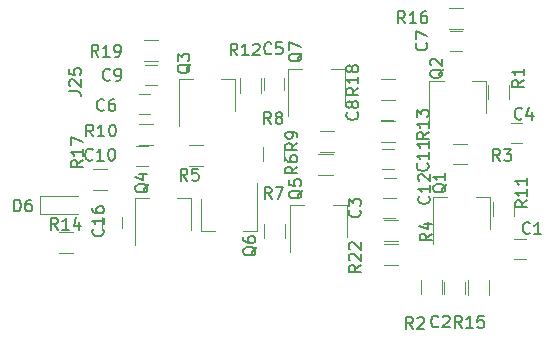
<source format=gbr>
G04 #@! TF.FileFunction,Legend,Top*
%FSLAX46Y46*%
G04 Gerber Fmt 4.6, Leading zero omitted, Abs format (unit mm)*
G04 Created by KiCad (PCBNEW 4.0.7) date 04/22/20 14:45:24*
%MOMM*%
%LPD*%
G01*
G04 APERTURE LIST*
%ADD10C,0.100000*%
%ADD11C,0.120000*%
%ADD12C,0.150000*%
G04 APERTURE END LIST*
D10*
D11*
X96450000Y-86750000D02*
X95450000Y-86750000D01*
X95450000Y-88450000D02*
X96450000Y-88450000D01*
X102700000Y-92180000D02*
X101500000Y-92180000D01*
X101500000Y-90420000D02*
X102700000Y-90420000D01*
X74900000Y-88770000D02*
X76100000Y-88770000D01*
X76100000Y-90530000D02*
X74900000Y-90530000D01*
X107690000Y-98470000D02*
X106690000Y-98470000D01*
X106690000Y-100170000D02*
X107690000Y-100170000D01*
X96575000Y-95050000D02*
X95575000Y-95050000D01*
X95575000Y-96750000D02*
X96575000Y-96750000D01*
X85510000Y-84844000D02*
X85510000Y-85844000D01*
X87210000Y-85844000D02*
X87210000Y-84844000D01*
X75900000Y-86250000D02*
X74900000Y-86250000D01*
X74900000Y-87950000D02*
X75900000Y-87950000D01*
X76446000Y-83732000D02*
X75446000Y-83732000D01*
X75446000Y-85432000D02*
X76446000Y-85432000D01*
X98845000Y-103125000D02*
X98845000Y-101925000D01*
X100605000Y-101925000D02*
X100605000Y-103125000D01*
X96850000Y-98655000D02*
X95650000Y-98655000D01*
X95650000Y-96895000D02*
X96850000Y-96895000D01*
X80356000Y-92320000D02*
X79156000Y-92320000D01*
X79156000Y-90560000D02*
X80356000Y-90560000D01*
X91330000Y-93050000D02*
X90130000Y-93050000D01*
X90130000Y-91290000D02*
X91330000Y-91290000D01*
X91430000Y-91120000D02*
X90230000Y-91120000D01*
X90230000Y-89360000D02*
X91430000Y-89360000D01*
X68150000Y-97920000D02*
X69350000Y-97920000D01*
X69350000Y-99680000D02*
X68150000Y-99680000D01*
X69750000Y-96350000D02*
X66550000Y-96350000D01*
X66550000Y-94850000D02*
X69750000Y-94850000D01*
X66550000Y-94850000D02*
X66550000Y-96350000D01*
X100800000Y-102150000D02*
X100800000Y-103150000D01*
X102500000Y-103150000D02*
X102500000Y-102150000D01*
X107400000Y-88675000D02*
X106400000Y-88675000D01*
X106400000Y-90375000D02*
X107400000Y-90375000D01*
X106710000Y-95350000D02*
X106710000Y-96550000D01*
X104950000Y-96550000D02*
X104950000Y-95350000D01*
X85280000Y-84900000D02*
X85280000Y-86100000D01*
X83520000Y-86100000D02*
X83520000Y-84900000D01*
X103450000Y-94920000D02*
X104650000Y-94920000D01*
X104650000Y-94920000D02*
X104650000Y-97620000D01*
X99850000Y-98920000D02*
X99850000Y-94920000D01*
X99850000Y-94920000D02*
X101050000Y-94920000D01*
X103125000Y-85120000D02*
X104325000Y-85120000D01*
X104325000Y-85120000D02*
X104325000Y-87820000D01*
X99525000Y-89120000D02*
X99525000Y-85120000D01*
X99525000Y-85120000D02*
X100725000Y-85120000D01*
X81900000Y-84920000D02*
X83100000Y-84920000D01*
X83100000Y-84920000D02*
X83100000Y-87620000D01*
X78300000Y-88920000D02*
X78300000Y-84920000D01*
X78300000Y-84920000D02*
X79500000Y-84920000D01*
X96600000Y-90280000D02*
X95400000Y-90280000D01*
X95400000Y-88520000D02*
X96600000Y-88520000D01*
X102275000Y-80875000D02*
X101275000Y-80875000D01*
X101275000Y-82575000D02*
X102275000Y-82575000D01*
X78162000Y-94994000D02*
X79362000Y-94994000D01*
X79362000Y-94994000D02*
X79362000Y-97694000D01*
X74562000Y-98994000D02*
X74562000Y-94994000D01*
X74562000Y-94994000D02*
X75762000Y-94994000D01*
X91330000Y-95590000D02*
X92530000Y-95590000D01*
X92530000Y-95590000D02*
X92530000Y-98290000D01*
X87730000Y-99590000D02*
X87730000Y-95590000D01*
X87730000Y-95590000D02*
X88930000Y-95590000D01*
X81350000Y-97792000D02*
X80150000Y-97792000D01*
X80150000Y-97792000D02*
X80150000Y-95092000D01*
X84950000Y-93792000D02*
X84950000Y-97792000D01*
X84950000Y-97792000D02*
X83750000Y-97792000D01*
X91150000Y-84120000D02*
X92350000Y-84120000D01*
X92350000Y-84120000D02*
X92350000Y-86820000D01*
X87550000Y-88120000D02*
X87550000Y-84120000D01*
X87550000Y-84120000D02*
X88750000Y-84120000D01*
X106280000Y-85450000D02*
X106280000Y-86650000D01*
X104520000Y-86650000D02*
X104520000Y-85450000D01*
X85510000Y-98420000D02*
X85510000Y-97220000D01*
X87270000Y-97220000D02*
X87270000Y-98420000D01*
X85430000Y-91880000D02*
X85430000Y-90680000D01*
X87190000Y-90680000D02*
X87190000Y-91880000D01*
X74684000Y-92290000D02*
X75684000Y-92290000D01*
X75684000Y-90590000D02*
X74684000Y-90590000D01*
X71800000Y-96600000D02*
X71800000Y-97600000D01*
X73500000Y-97600000D02*
X73500000Y-96600000D01*
X102770000Y-103200000D02*
X102770000Y-102000000D01*
X104530000Y-102000000D02*
X104530000Y-103200000D01*
X102375000Y-80705000D02*
X101175000Y-80705000D01*
X101175000Y-78945000D02*
X102375000Y-78945000D01*
X72225000Y-94330000D02*
X71025000Y-94330000D01*
X71025000Y-92570000D02*
X72225000Y-92570000D01*
X95450000Y-84970000D02*
X96650000Y-84970000D01*
X96650000Y-86730000D02*
X95450000Y-86730000D01*
X75346000Y-81670000D02*
X76546000Y-81670000D01*
X76546000Y-83430000D02*
X75346000Y-83430000D01*
X96550000Y-90850000D02*
X95550000Y-90850000D01*
X95550000Y-92550000D02*
X96550000Y-92550000D01*
X96660000Y-93360000D02*
X95660000Y-93360000D01*
X95660000Y-95060000D02*
X96660000Y-95060000D01*
X95650000Y-98920000D02*
X96850000Y-98920000D01*
X96850000Y-100680000D02*
X95650000Y-100680000D01*
D12*
X93407143Y-87766666D02*
X93454762Y-87814285D01*
X93502381Y-87957142D01*
X93502381Y-88052380D01*
X93454762Y-88195238D01*
X93359524Y-88290476D01*
X93264286Y-88338095D01*
X93073810Y-88385714D01*
X92930952Y-88385714D01*
X92740476Y-88338095D01*
X92645238Y-88290476D01*
X92550000Y-88195238D01*
X92502381Y-88052380D01*
X92502381Y-87957142D01*
X92550000Y-87814285D01*
X92597619Y-87766666D01*
X92930952Y-87195238D02*
X92883333Y-87290476D01*
X92835714Y-87338095D01*
X92740476Y-87385714D01*
X92692857Y-87385714D01*
X92597619Y-87338095D01*
X92550000Y-87290476D01*
X92502381Y-87195238D01*
X92502381Y-87004761D01*
X92550000Y-86909523D01*
X92597619Y-86861904D01*
X92692857Y-86814285D01*
X92740476Y-86814285D01*
X92835714Y-86861904D01*
X92883333Y-86909523D01*
X92930952Y-87004761D01*
X92930952Y-87195238D01*
X92978571Y-87290476D01*
X93026190Y-87338095D01*
X93121429Y-87385714D01*
X93311905Y-87385714D01*
X93407143Y-87338095D01*
X93454762Y-87290476D01*
X93502381Y-87195238D01*
X93502381Y-87004761D01*
X93454762Y-86909523D01*
X93407143Y-86861904D01*
X93311905Y-86814285D01*
X93121429Y-86814285D01*
X93026190Y-86861904D01*
X92978571Y-86909523D01*
X92930952Y-87004761D01*
X105497334Y-91892381D02*
X105164000Y-91416190D01*
X104925905Y-91892381D02*
X104925905Y-90892381D01*
X105306858Y-90892381D01*
X105402096Y-90940000D01*
X105449715Y-90987619D01*
X105497334Y-91082857D01*
X105497334Y-91225714D01*
X105449715Y-91320952D01*
X105402096Y-91368571D01*
X105306858Y-91416190D01*
X104925905Y-91416190D01*
X105830667Y-90892381D02*
X106449715Y-90892381D01*
X106116381Y-91273333D01*
X106259239Y-91273333D01*
X106354477Y-91320952D01*
X106402096Y-91368571D01*
X106449715Y-91463810D01*
X106449715Y-91701905D01*
X106402096Y-91797143D01*
X106354477Y-91844762D01*
X106259239Y-91892381D01*
X105973524Y-91892381D01*
X105878286Y-91844762D01*
X105830667Y-91797143D01*
X71057143Y-89802381D02*
X70723809Y-89326190D01*
X70485714Y-89802381D02*
X70485714Y-88802381D01*
X70866667Y-88802381D01*
X70961905Y-88850000D01*
X71009524Y-88897619D01*
X71057143Y-88992857D01*
X71057143Y-89135714D01*
X71009524Y-89230952D01*
X70961905Y-89278571D01*
X70866667Y-89326190D01*
X70485714Y-89326190D01*
X72009524Y-89802381D02*
X71438095Y-89802381D01*
X71723809Y-89802381D02*
X71723809Y-88802381D01*
X71628571Y-88945238D01*
X71533333Y-89040476D01*
X71438095Y-89088095D01*
X72628571Y-88802381D02*
X72723810Y-88802381D01*
X72819048Y-88850000D01*
X72866667Y-88897619D01*
X72914286Y-88992857D01*
X72961905Y-89183333D01*
X72961905Y-89421429D01*
X72914286Y-89611905D01*
X72866667Y-89707143D01*
X72819048Y-89754762D01*
X72723810Y-89802381D01*
X72628571Y-89802381D01*
X72533333Y-89754762D01*
X72485714Y-89707143D01*
X72438095Y-89611905D01*
X72390476Y-89421429D01*
X72390476Y-89183333D01*
X72438095Y-88992857D01*
X72485714Y-88897619D01*
X72533333Y-88850000D01*
X72628571Y-88802381D01*
X108029334Y-97971143D02*
X107981715Y-98018762D01*
X107838858Y-98066381D01*
X107743620Y-98066381D01*
X107600762Y-98018762D01*
X107505524Y-97923524D01*
X107457905Y-97828286D01*
X107410286Y-97637810D01*
X107410286Y-97494952D01*
X107457905Y-97304476D01*
X107505524Y-97209238D01*
X107600762Y-97114000D01*
X107743620Y-97066381D01*
X107838858Y-97066381D01*
X107981715Y-97114000D01*
X108029334Y-97161619D01*
X108981715Y-98066381D02*
X108410286Y-98066381D01*
X108696000Y-98066381D02*
X108696000Y-97066381D01*
X108600762Y-97209238D01*
X108505524Y-97304476D01*
X108410286Y-97352095D01*
X93607143Y-96041666D02*
X93654762Y-96089285D01*
X93702381Y-96232142D01*
X93702381Y-96327380D01*
X93654762Y-96470238D01*
X93559524Y-96565476D01*
X93464286Y-96613095D01*
X93273810Y-96660714D01*
X93130952Y-96660714D01*
X92940476Y-96613095D01*
X92845238Y-96565476D01*
X92750000Y-96470238D01*
X92702381Y-96327380D01*
X92702381Y-96232142D01*
X92750000Y-96089285D01*
X92797619Y-96041666D01*
X92702381Y-95708333D02*
X92702381Y-95089285D01*
X93083333Y-95422619D01*
X93083333Y-95279761D01*
X93130952Y-95184523D01*
X93178571Y-95136904D01*
X93273810Y-95089285D01*
X93511905Y-95089285D01*
X93607143Y-95136904D01*
X93654762Y-95184523D01*
X93702381Y-95279761D01*
X93702381Y-95565476D01*
X93654762Y-95660714D01*
X93607143Y-95708333D01*
X86133334Y-82757143D02*
X86085715Y-82804762D01*
X85942858Y-82852381D01*
X85847620Y-82852381D01*
X85704762Y-82804762D01*
X85609524Y-82709524D01*
X85561905Y-82614286D01*
X85514286Y-82423810D01*
X85514286Y-82280952D01*
X85561905Y-82090476D01*
X85609524Y-81995238D01*
X85704762Y-81900000D01*
X85847620Y-81852381D01*
X85942858Y-81852381D01*
X86085715Y-81900000D01*
X86133334Y-81947619D01*
X87038096Y-81852381D02*
X86561905Y-81852381D01*
X86514286Y-82328571D01*
X86561905Y-82280952D01*
X86657143Y-82233333D01*
X86895239Y-82233333D01*
X86990477Y-82280952D01*
X87038096Y-82328571D01*
X87085715Y-82423810D01*
X87085715Y-82661905D01*
X87038096Y-82757143D01*
X86990477Y-82804762D01*
X86895239Y-82852381D01*
X86657143Y-82852381D01*
X86561905Y-82804762D01*
X86514286Y-82757143D01*
X71983334Y-87557143D02*
X71935715Y-87604762D01*
X71792858Y-87652381D01*
X71697620Y-87652381D01*
X71554762Y-87604762D01*
X71459524Y-87509524D01*
X71411905Y-87414286D01*
X71364286Y-87223810D01*
X71364286Y-87080952D01*
X71411905Y-86890476D01*
X71459524Y-86795238D01*
X71554762Y-86700000D01*
X71697620Y-86652381D01*
X71792858Y-86652381D01*
X71935715Y-86700000D01*
X71983334Y-86747619D01*
X72840477Y-86652381D02*
X72650000Y-86652381D01*
X72554762Y-86700000D01*
X72507143Y-86747619D01*
X72411905Y-86890476D01*
X72364286Y-87080952D01*
X72364286Y-87461905D01*
X72411905Y-87557143D01*
X72459524Y-87604762D01*
X72554762Y-87652381D01*
X72745239Y-87652381D01*
X72840477Y-87604762D01*
X72888096Y-87557143D01*
X72935715Y-87461905D01*
X72935715Y-87223810D01*
X72888096Y-87128571D01*
X72840477Y-87080952D01*
X72745239Y-87033333D01*
X72554762Y-87033333D01*
X72459524Y-87080952D01*
X72411905Y-87128571D01*
X72364286Y-87223810D01*
X72479334Y-84989143D02*
X72431715Y-85036762D01*
X72288858Y-85084381D01*
X72193620Y-85084381D01*
X72050762Y-85036762D01*
X71955524Y-84941524D01*
X71907905Y-84846286D01*
X71860286Y-84655810D01*
X71860286Y-84512952D01*
X71907905Y-84322476D01*
X71955524Y-84227238D01*
X72050762Y-84132000D01*
X72193620Y-84084381D01*
X72288858Y-84084381D01*
X72431715Y-84132000D01*
X72479334Y-84179619D01*
X72955524Y-85084381D02*
X73146000Y-85084381D01*
X73241239Y-85036762D01*
X73288858Y-84989143D01*
X73384096Y-84846286D01*
X73431715Y-84655810D01*
X73431715Y-84274857D01*
X73384096Y-84179619D01*
X73336477Y-84132000D01*
X73241239Y-84084381D01*
X73050762Y-84084381D01*
X72955524Y-84132000D01*
X72907905Y-84179619D01*
X72860286Y-84274857D01*
X72860286Y-84512952D01*
X72907905Y-84608190D01*
X72955524Y-84655810D01*
X73050762Y-84703429D01*
X73241239Y-84703429D01*
X73336477Y-84655810D01*
X73384096Y-84608190D01*
X73431715Y-84512952D01*
X98131334Y-106116381D02*
X97798000Y-105640190D01*
X97559905Y-106116381D02*
X97559905Y-105116381D01*
X97940858Y-105116381D01*
X98036096Y-105164000D01*
X98083715Y-105211619D01*
X98131334Y-105306857D01*
X98131334Y-105449714D01*
X98083715Y-105544952D01*
X98036096Y-105592571D01*
X97940858Y-105640190D01*
X97559905Y-105640190D01*
X98512286Y-105211619D02*
X98559905Y-105164000D01*
X98655143Y-105116381D01*
X98893239Y-105116381D01*
X98988477Y-105164000D01*
X99036096Y-105211619D01*
X99083715Y-105306857D01*
X99083715Y-105402095D01*
X99036096Y-105544952D01*
X98464667Y-106116381D01*
X99083715Y-106116381D01*
X99702381Y-98041666D02*
X99226190Y-98375000D01*
X99702381Y-98613095D02*
X98702381Y-98613095D01*
X98702381Y-98232142D01*
X98750000Y-98136904D01*
X98797619Y-98089285D01*
X98892857Y-98041666D01*
X99035714Y-98041666D01*
X99130952Y-98089285D01*
X99178571Y-98136904D01*
X99226190Y-98232142D01*
X99226190Y-98613095D01*
X99035714Y-97184523D02*
X99702381Y-97184523D01*
X98654762Y-97422619D02*
X99369048Y-97660714D01*
X99369048Y-97041666D01*
X79033334Y-93552381D02*
X78700000Y-93076190D01*
X78461905Y-93552381D02*
X78461905Y-92552381D01*
X78842858Y-92552381D01*
X78938096Y-92600000D01*
X78985715Y-92647619D01*
X79033334Y-92742857D01*
X79033334Y-92885714D01*
X78985715Y-92980952D01*
X78938096Y-93028571D01*
X78842858Y-93076190D01*
X78461905Y-93076190D01*
X79938096Y-92552381D02*
X79461905Y-92552381D01*
X79414286Y-93028571D01*
X79461905Y-92980952D01*
X79557143Y-92933333D01*
X79795239Y-92933333D01*
X79890477Y-92980952D01*
X79938096Y-93028571D01*
X79985715Y-93123810D01*
X79985715Y-93361905D01*
X79938096Y-93457143D01*
X79890477Y-93504762D01*
X79795239Y-93552381D01*
X79557143Y-93552381D01*
X79461905Y-93504762D01*
X79414286Y-93457143D01*
X88336381Y-92368666D02*
X87860190Y-92702000D01*
X88336381Y-92940095D02*
X87336381Y-92940095D01*
X87336381Y-92559142D01*
X87384000Y-92463904D01*
X87431619Y-92416285D01*
X87526857Y-92368666D01*
X87669714Y-92368666D01*
X87764952Y-92416285D01*
X87812571Y-92463904D01*
X87860190Y-92559142D01*
X87860190Y-92940095D01*
X87336381Y-91511523D02*
X87336381Y-91702000D01*
X87384000Y-91797238D01*
X87431619Y-91844857D01*
X87574476Y-91940095D01*
X87764952Y-91987714D01*
X88145905Y-91987714D01*
X88241143Y-91940095D01*
X88288762Y-91892476D01*
X88336381Y-91797238D01*
X88336381Y-91606761D01*
X88288762Y-91511523D01*
X88241143Y-91463904D01*
X88145905Y-91416285D01*
X87907810Y-91416285D01*
X87812571Y-91463904D01*
X87764952Y-91511523D01*
X87717333Y-91606761D01*
X87717333Y-91797238D01*
X87764952Y-91892476D01*
X87812571Y-91940095D01*
X87907810Y-91987714D01*
X88332381Y-90366666D02*
X87856190Y-90700000D01*
X88332381Y-90938095D02*
X87332381Y-90938095D01*
X87332381Y-90557142D01*
X87380000Y-90461904D01*
X87427619Y-90414285D01*
X87522857Y-90366666D01*
X87665714Y-90366666D01*
X87760952Y-90414285D01*
X87808571Y-90461904D01*
X87856190Y-90557142D01*
X87856190Y-90938095D01*
X88332381Y-89890476D02*
X88332381Y-89700000D01*
X88284762Y-89604761D01*
X88237143Y-89557142D01*
X88094286Y-89461904D01*
X87903810Y-89414285D01*
X87522857Y-89414285D01*
X87427619Y-89461904D01*
X87380000Y-89509523D01*
X87332381Y-89604761D01*
X87332381Y-89795238D01*
X87380000Y-89890476D01*
X87427619Y-89938095D01*
X87522857Y-89985714D01*
X87760952Y-89985714D01*
X87856190Y-89938095D01*
X87903810Y-89890476D01*
X87951429Y-89795238D01*
X87951429Y-89604761D01*
X87903810Y-89509523D01*
X87856190Y-89461904D01*
X87760952Y-89414285D01*
X68057143Y-97702381D02*
X67723809Y-97226190D01*
X67485714Y-97702381D02*
X67485714Y-96702381D01*
X67866667Y-96702381D01*
X67961905Y-96750000D01*
X68009524Y-96797619D01*
X68057143Y-96892857D01*
X68057143Y-97035714D01*
X68009524Y-97130952D01*
X67961905Y-97178571D01*
X67866667Y-97226190D01*
X67485714Y-97226190D01*
X69009524Y-97702381D02*
X68438095Y-97702381D01*
X68723809Y-97702381D02*
X68723809Y-96702381D01*
X68628571Y-96845238D01*
X68533333Y-96940476D01*
X68438095Y-96988095D01*
X69866667Y-97035714D02*
X69866667Y-97702381D01*
X69628571Y-96654762D02*
X69390476Y-97369048D01*
X70009524Y-97369048D01*
X64361905Y-96152381D02*
X64361905Y-95152381D01*
X64600000Y-95152381D01*
X64742858Y-95200000D01*
X64838096Y-95295238D01*
X64885715Y-95390476D01*
X64933334Y-95580952D01*
X64933334Y-95723810D01*
X64885715Y-95914286D01*
X64838096Y-96009524D01*
X64742858Y-96104762D01*
X64600000Y-96152381D01*
X64361905Y-96152381D01*
X65790477Y-95152381D02*
X65600000Y-95152381D01*
X65504762Y-95200000D01*
X65457143Y-95247619D01*
X65361905Y-95390476D01*
X65314286Y-95580952D01*
X65314286Y-95961905D01*
X65361905Y-96057143D01*
X65409524Y-96104762D01*
X65504762Y-96152381D01*
X65695239Y-96152381D01*
X65790477Y-96104762D01*
X65838096Y-96057143D01*
X65885715Y-95961905D01*
X65885715Y-95723810D01*
X65838096Y-95628571D01*
X65790477Y-95580952D01*
X65695239Y-95533333D01*
X65504762Y-95533333D01*
X65409524Y-95580952D01*
X65361905Y-95628571D01*
X65314286Y-95723810D01*
X100283334Y-105882143D02*
X100235715Y-105929762D01*
X100092858Y-105977381D01*
X99997620Y-105977381D01*
X99854762Y-105929762D01*
X99759524Y-105834524D01*
X99711905Y-105739286D01*
X99664286Y-105548810D01*
X99664286Y-105405952D01*
X99711905Y-105215476D01*
X99759524Y-105120238D01*
X99854762Y-105025000D01*
X99997620Y-104977381D01*
X100092858Y-104977381D01*
X100235715Y-105025000D01*
X100283334Y-105072619D01*
X100664286Y-105072619D02*
X100711905Y-105025000D01*
X100807143Y-104977381D01*
X101045239Y-104977381D01*
X101140477Y-105025000D01*
X101188096Y-105072619D01*
X101235715Y-105167857D01*
X101235715Y-105263095D01*
X101188096Y-105405952D01*
X100616667Y-105977381D01*
X101235715Y-105977381D01*
X107353334Y-88287143D02*
X107305715Y-88334762D01*
X107162858Y-88382381D01*
X107067620Y-88382381D01*
X106924762Y-88334762D01*
X106829524Y-88239524D01*
X106781905Y-88144286D01*
X106734286Y-87953810D01*
X106734286Y-87810952D01*
X106781905Y-87620476D01*
X106829524Y-87525238D01*
X106924762Y-87430000D01*
X107067620Y-87382381D01*
X107162858Y-87382381D01*
X107305715Y-87430000D01*
X107353334Y-87477619D01*
X108210477Y-87715714D02*
X108210477Y-88382381D01*
X107972381Y-87334762D02*
X107734286Y-88049048D01*
X108353334Y-88049048D01*
X107798381Y-95228857D02*
X107322190Y-95562191D01*
X107798381Y-95800286D02*
X106798381Y-95800286D01*
X106798381Y-95419333D01*
X106846000Y-95324095D01*
X106893619Y-95276476D01*
X106988857Y-95228857D01*
X107131714Y-95228857D01*
X107226952Y-95276476D01*
X107274571Y-95324095D01*
X107322190Y-95419333D01*
X107322190Y-95800286D01*
X107798381Y-94276476D02*
X107798381Y-94847905D01*
X107798381Y-94562191D02*
X106798381Y-94562191D01*
X106941238Y-94657429D01*
X107036476Y-94752667D01*
X107084095Y-94847905D01*
X107798381Y-93324095D02*
X107798381Y-93895524D01*
X107798381Y-93609810D02*
X106798381Y-93609810D01*
X106941238Y-93705048D01*
X107036476Y-93800286D01*
X107084095Y-93895524D01*
X83257143Y-82952381D02*
X82923809Y-82476190D01*
X82685714Y-82952381D02*
X82685714Y-81952381D01*
X83066667Y-81952381D01*
X83161905Y-82000000D01*
X83209524Y-82047619D01*
X83257143Y-82142857D01*
X83257143Y-82285714D01*
X83209524Y-82380952D01*
X83161905Y-82428571D01*
X83066667Y-82476190D01*
X82685714Y-82476190D01*
X84209524Y-82952381D02*
X83638095Y-82952381D01*
X83923809Y-82952381D02*
X83923809Y-81952381D01*
X83828571Y-82095238D01*
X83733333Y-82190476D01*
X83638095Y-82238095D01*
X84590476Y-82047619D02*
X84638095Y-82000000D01*
X84733333Y-81952381D01*
X84971429Y-81952381D01*
X85066667Y-82000000D01*
X85114286Y-82047619D01*
X85161905Y-82142857D01*
X85161905Y-82238095D01*
X85114286Y-82380952D01*
X84542857Y-82952381D01*
X85161905Y-82952381D01*
X100947619Y-93820238D02*
X100900000Y-93915476D01*
X100804762Y-94010714D01*
X100661905Y-94153571D01*
X100614286Y-94248810D01*
X100614286Y-94344048D01*
X100852381Y-94296429D02*
X100804762Y-94391667D01*
X100709524Y-94486905D01*
X100519048Y-94534524D01*
X100185714Y-94534524D01*
X99995238Y-94486905D01*
X99900000Y-94391667D01*
X99852381Y-94296429D01*
X99852381Y-94105952D01*
X99900000Y-94010714D01*
X99995238Y-93915476D01*
X100185714Y-93867857D01*
X100519048Y-93867857D01*
X100709524Y-93915476D01*
X100804762Y-94010714D01*
X100852381Y-94105952D01*
X100852381Y-94296429D01*
X100852381Y-92915476D02*
X100852381Y-93486905D01*
X100852381Y-93201191D02*
X99852381Y-93201191D01*
X99995238Y-93296429D01*
X100090476Y-93391667D01*
X100138095Y-93486905D01*
X100687619Y-84115238D02*
X100640000Y-84210476D01*
X100544762Y-84305714D01*
X100401905Y-84448571D01*
X100354286Y-84543810D01*
X100354286Y-84639048D01*
X100592381Y-84591429D02*
X100544762Y-84686667D01*
X100449524Y-84781905D01*
X100259048Y-84829524D01*
X99925714Y-84829524D01*
X99735238Y-84781905D01*
X99640000Y-84686667D01*
X99592381Y-84591429D01*
X99592381Y-84400952D01*
X99640000Y-84305714D01*
X99735238Y-84210476D01*
X99925714Y-84162857D01*
X100259048Y-84162857D01*
X100449524Y-84210476D01*
X100544762Y-84305714D01*
X100592381Y-84400952D01*
X100592381Y-84591429D01*
X99687619Y-83781905D02*
X99640000Y-83734286D01*
X99592381Y-83639048D01*
X99592381Y-83400952D01*
X99640000Y-83305714D01*
X99687619Y-83258095D01*
X99782857Y-83210476D01*
X99878095Y-83210476D01*
X100020952Y-83258095D01*
X100592381Y-83829524D01*
X100592381Y-83210476D01*
X79297619Y-83695238D02*
X79250000Y-83790476D01*
X79154762Y-83885714D01*
X79011905Y-84028571D01*
X78964286Y-84123810D01*
X78964286Y-84219048D01*
X79202381Y-84171429D02*
X79154762Y-84266667D01*
X79059524Y-84361905D01*
X78869048Y-84409524D01*
X78535714Y-84409524D01*
X78345238Y-84361905D01*
X78250000Y-84266667D01*
X78202381Y-84171429D01*
X78202381Y-83980952D01*
X78250000Y-83885714D01*
X78345238Y-83790476D01*
X78535714Y-83742857D01*
X78869048Y-83742857D01*
X79059524Y-83790476D01*
X79154762Y-83885714D01*
X79202381Y-83980952D01*
X79202381Y-84171429D01*
X78202381Y-83409524D02*
X78202381Y-82790476D01*
X78583333Y-83123810D01*
X78583333Y-82980952D01*
X78630952Y-82885714D01*
X78678571Y-82838095D01*
X78773810Y-82790476D01*
X79011905Y-82790476D01*
X79107143Y-82838095D01*
X79154762Y-82885714D01*
X79202381Y-82980952D01*
X79202381Y-83266667D01*
X79154762Y-83361905D01*
X79107143Y-83409524D01*
X69012381Y-85984523D02*
X69726667Y-85984523D01*
X69869524Y-86032143D01*
X69964762Y-86127381D01*
X70012381Y-86270238D01*
X70012381Y-86365476D01*
X69107619Y-85555952D02*
X69060000Y-85508333D01*
X69012381Y-85413095D01*
X69012381Y-85174999D01*
X69060000Y-85079761D01*
X69107619Y-85032142D01*
X69202857Y-84984523D01*
X69298095Y-84984523D01*
X69440952Y-85032142D01*
X70012381Y-85603571D01*
X70012381Y-84984523D01*
X69012381Y-84079761D02*
X69012381Y-84555952D01*
X69488571Y-84603571D01*
X69440952Y-84555952D01*
X69393333Y-84460714D01*
X69393333Y-84222618D01*
X69440952Y-84127380D01*
X69488571Y-84079761D01*
X69583810Y-84032142D01*
X69821905Y-84032142D01*
X69917143Y-84079761D01*
X69964762Y-84127380D01*
X70012381Y-84222618D01*
X70012381Y-84460714D01*
X69964762Y-84555952D01*
X69917143Y-84603571D01*
X99452381Y-89442857D02*
X98976190Y-89776191D01*
X99452381Y-90014286D02*
X98452381Y-90014286D01*
X98452381Y-89633333D01*
X98500000Y-89538095D01*
X98547619Y-89490476D01*
X98642857Y-89442857D01*
X98785714Y-89442857D01*
X98880952Y-89490476D01*
X98928571Y-89538095D01*
X98976190Y-89633333D01*
X98976190Y-90014286D01*
X99452381Y-88490476D02*
X99452381Y-89061905D01*
X99452381Y-88776191D02*
X98452381Y-88776191D01*
X98595238Y-88871429D01*
X98690476Y-88966667D01*
X98738095Y-89061905D01*
X98452381Y-88157143D02*
X98452381Y-87538095D01*
X98833333Y-87871429D01*
X98833333Y-87728571D01*
X98880952Y-87633333D01*
X98928571Y-87585714D01*
X99023810Y-87538095D01*
X99261905Y-87538095D01*
X99357143Y-87585714D01*
X99404762Y-87633333D01*
X99452381Y-87728571D01*
X99452381Y-88014286D01*
X99404762Y-88109524D01*
X99357143Y-88157143D01*
X99262143Y-81911666D02*
X99309762Y-81959285D01*
X99357381Y-82102142D01*
X99357381Y-82197380D01*
X99309762Y-82340238D01*
X99214524Y-82435476D01*
X99119286Y-82483095D01*
X98928810Y-82530714D01*
X98785952Y-82530714D01*
X98595476Y-82483095D01*
X98500238Y-82435476D01*
X98405000Y-82340238D01*
X98357381Y-82197380D01*
X98357381Y-82102142D01*
X98405000Y-81959285D01*
X98452619Y-81911666D01*
X98357381Y-81578333D02*
X98357381Y-80911666D01*
X99357381Y-81340238D01*
X75731619Y-93821238D02*
X75684000Y-93916476D01*
X75588762Y-94011714D01*
X75445905Y-94154571D01*
X75398286Y-94249810D01*
X75398286Y-94345048D01*
X75636381Y-94297429D02*
X75588762Y-94392667D01*
X75493524Y-94487905D01*
X75303048Y-94535524D01*
X74969714Y-94535524D01*
X74779238Y-94487905D01*
X74684000Y-94392667D01*
X74636381Y-94297429D01*
X74636381Y-94106952D01*
X74684000Y-94011714D01*
X74779238Y-93916476D01*
X74969714Y-93868857D01*
X75303048Y-93868857D01*
X75493524Y-93916476D01*
X75588762Y-94011714D01*
X75636381Y-94106952D01*
X75636381Y-94297429D01*
X74969714Y-93011714D02*
X75636381Y-93011714D01*
X74588762Y-93249810D02*
X75303048Y-93487905D01*
X75303048Y-92868857D01*
X88752619Y-94340238D02*
X88705000Y-94435476D01*
X88609762Y-94530714D01*
X88466905Y-94673571D01*
X88419286Y-94768810D01*
X88419286Y-94864048D01*
X88657381Y-94816429D02*
X88609762Y-94911667D01*
X88514524Y-95006905D01*
X88324048Y-95054524D01*
X87990714Y-95054524D01*
X87800238Y-95006905D01*
X87705000Y-94911667D01*
X87657381Y-94816429D01*
X87657381Y-94625952D01*
X87705000Y-94530714D01*
X87800238Y-94435476D01*
X87990714Y-94387857D01*
X88324048Y-94387857D01*
X88514524Y-94435476D01*
X88609762Y-94530714D01*
X88657381Y-94625952D01*
X88657381Y-94816429D01*
X87657381Y-93483095D02*
X87657381Y-93959286D01*
X88133571Y-94006905D01*
X88085952Y-93959286D01*
X88038333Y-93864048D01*
X88038333Y-93625952D01*
X88085952Y-93530714D01*
X88133571Y-93483095D01*
X88228810Y-93435476D01*
X88466905Y-93435476D01*
X88562143Y-93483095D01*
X88609762Y-93530714D01*
X88657381Y-93625952D01*
X88657381Y-93864048D01*
X88609762Y-93959286D01*
X88562143Y-94006905D01*
X84875619Y-99155238D02*
X84828000Y-99250476D01*
X84732762Y-99345714D01*
X84589905Y-99488571D01*
X84542286Y-99583810D01*
X84542286Y-99679048D01*
X84780381Y-99631429D02*
X84732762Y-99726667D01*
X84637524Y-99821905D01*
X84447048Y-99869524D01*
X84113714Y-99869524D01*
X83923238Y-99821905D01*
X83828000Y-99726667D01*
X83780381Y-99631429D01*
X83780381Y-99440952D01*
X83828000Y-99345714D01*
X83923238Y-99250476D01*
X84113714Y-99202857D01*
X84447048Y-99202857D01*
X84637524Y-99250476D01*
X84732762Y-99345714D01*
X84780381Y-99440952D01*
X84780381Y-99631429D01*
X83780381Y-98345714D02*
X83780381Y-98536191D01*
X83828000Y-98631429D01*
X83875619Y-98679048D01*
X84018476Y-98774286D01*
X84208952Y-98821905D01*
X84589905Y-98821905D01*
X84685143Y-98774286D01*
X84732762Y-98726667D01*
X84780381Y-98631429D01*
X84780381Y-98440952D01*
X84732762Y-98345714D01*
X84685143Y-98298095D01*
X84589905Y-98250476D01*
X84351810Y-98250476D01*
X84256571Y-98298095D01*
X84208952Y-98345714D01*
X84161333Y-98440952D01*
X84161333Y-98631429D01*
X84208952Y-98726667D01*
X84256571Y-98774286D01*
X84351810Y-98821905D01*
X88737619Y-82745238D02*
X88690000Y-82840476D01*
X88594762Y-82935714D01*
X88451905Y-83078571D01*
X88404286Y-83173810D01*
X88404286Y-83269048D01*
X88642381Y-83221429D02*
X88594762Y-83316667D01*
X88499524Y-83411905D01*
X88309048Y-83459524D01*
X87975714Y-83459524D01*
X87785238Y-83411905D01*
X87690000Y-83316667D01*
X87642381Y-83221429D01*
X87642381Y-83030952D01*
X87690000Y-82935714D01*
X87785238Y-82840476D01*
X87975714Y-82792857D01*
X88309048Y-82792857D01*
X88499524Y-82840476D01*
X88594762Y-82935714D01*
X88642381Y-83030952D01*
X88642381Y-83221429D01*
X87642381Y-82459524D02*
X87642381Y-81792857D01*
X88642381Y-82221429D01*
X107512381Y-85026666D02*
X107036190Y-85360000D01*
X107512381Y-85598095D02*
X106512381Y-85598095D01*
X106512381Y-85217142D01*
X106560000Y-85121904D01*
X106607619Y-85074285D01*
X106702857Y-85026666D01*
X106845714Y-85026666D01*
X106940952Y-85074285D01*
X106988571Y-85121904D01*
X107036190Y-85217142D01*
X107036190Y-85598095D01*
X107512381Y-84074285D02*
X107512381Y-84645714D01*
X107512381Y-84360000D02*
X106512381Y-84360000D01*
X106655238Y-84455238D01*
X106750476Y-84550476D01*
X106798095Y-84645714D01*
X86163334Y-95112381D02*
X85830000Y-94636190D01*
X85591905Y-95112381D02*
X85591905Y-94112381D01*
X85972858Y-94112381D01*
X86068096Y-94160000D01*
X86115715Y-94207619D01*
X86163334Y-94302857D01*
X86163334Y-94445714D01*
X86115715Y-94540952D01*
X86068096Y-94588571D01*
X85972858Y-94636190D01*
X85591905Y-94636190D01*
X86496667Y-94112381D02*
X87163334Y-94112381D01*
X86734762Y-95112381D01*
X86113334Y-88742381D02*
X85780000Y-88266190D01*
X85541905Y-88742381D02*
X85541905Y-87742381D01*
X85922858Y-87742381D01*
X86018096Y-87790000D01*
X86065715Y-87837619D01*
X86113334Y-87932857D01*
X86113334Y-88075714D01*
X86065715Y-88170952D01*
X86018096Y-88218571D01*
X85922858Y-88266190D01*
X85541905Y-88266190D01*
X86684762Y-88170952D02*
X86589524Y-88123333D01*
X86541905Y-88075714D01*
X86494286Y-87980476D01*
X86494286Y-87932857D01*
X86541905Y-87837619D01*
X86589524Y-87790000D01*
X86684762Y-87742381D01*
X86875239Y-87742381D01*
X86970477Y-87790000D01*
X87018096Y-87837619D01*
X87065715Y-87932857D01*
X87065715Y-87980476D01*
X87018096Y-88075714D01*
X86970477Y-88123333D01*
X86875239Y-88170952D01*
X86684762Y-88170952D01*
X86589524Y-88218571D01*
X86541905Y-88266190D01*
X86494286Y-88361429D01*
X86494286Y-88551905D01*
X86541905Y-88647143D01*
X86589524Y-88694762D01*
X86684762Y-88742381D01*
X86875239Y-88742381D01*
X86970477Y-88694762D01*
X87018096Y-88647143D01*
X87065715Y-88551905D01*
X87065715Y-88361429D01*
X87018096Y-88266190D01*
X86970477Y-88218571D01*
X86875239Y-88170952D01*
X71007143Y-91757143D02*
X70959524Y-91804762D01*
X70816667Y-91852381D01*
X70721429Y-91852381D01*
X70578571Y-91804762D01*
X70483333Y-91709524D01*
X70435714Y-91614286D01*
X70388095Y-91423810D01*
X70388095Y-91280952D01*
X70435714Y-91090476D01*
X70483333Y-90995238D01*
X70578571Y-90900000D01*
X70721429Y-90852381D01*
X70816667Y-90852381D01*
X70959524Y-90900000D01*
X71007143Y-90947619D01*
X71959524Y-91852381D02*
X71388095Y-91852381D01*
X71673809Y-91852381D02*
X71673809Y-90852381D01*
X71578571Y-90995238D01*
X71483333Y-91090476D01*
X71388095Y-91138095D01*
X72578571Y-90852381D02*
X72673810Y-90852381D01*
X72769048Y-90900000D01*
X72816667Y-90947619D01*
X72864286Y-91042857D01*
X72911905Y-91233333D01*
X72911905Y-91471429D01*
X72864286Y-91661905D01*
X72816667Y-91757143D01*
X72769048Y-91804762D01*
X72673810Y-91852381D01*
X72578571Y-91852381D01*
X72483333Y-91804762D01*
X72435714Y-91757143D01*
X72388095Y-91661905D01*
X72340476Y-91471429D01*
X72340476Y-91233333D01*
X72388095Y-91042857D01*
X72435714Y-90947619D01*
X72483333Y-90900000D01*
X72578571Y-90852381D01*
X71857143Y-97642857D02*
X71904762Y-97690476D01*
X71952381Y-97833333D01*
X71952381Y-97928571D01*
X71904762Y-98071429D01*
X71809524Y-98166667D01*
X71714286Y-98214286D01*
X71523810Y-98261905D01*
X71380952Y-98261905D01*
X71190476Y-98214286D01*
X71095238Y-98166667D01*
X71000000Y-98071429D01*
X70952381Y-97928571D01*
X70952381Y-97833333D01*
X71000000Y-97690476D01*
X71047619Y-97642857D01*
X71952381Y-96690476D02*
X71952381Y-97261905D01*
X71952381Y-96976191D02*
X70952381Y-96976191D01*
X71095238Y-97071429D01*
X71190476Y-97166667D01*
X71238095Y-97261905D01*
X70952381Y-95833333D02*
X70952381Y-96023810D01*
X71000000Y-96119048D01*
X71047619Y-96166667D01*
X71190476Y-96261905D01*
X71380952Y-96309524D01*
X71761905Y-96309524D01*
X71857143Y-96261905D01*
X71904762Y-96214286D01*
X71952381Y-96119048D01*
X71952381Y-95928571D01*
X71904762Y-95833333D01*
X71857143Y-95785714D01*
X71761905Y-95738095D01*
X71523810Y-95738095D01*
X71428571Y-95785714D01*
X71380952Y-95833333D01*
X71333333Y-95928571D01*
X71333333Y-96119048D01*
X71380952Y-96214286D01*
X71428571Y-96261905D01*
X71523810Y-96309524D01*
X102257143Y-106002381D02*
X101923809Y-105526190D01*
X101685714Y-106002381D02*
X101685714Y-105002381D01*
X102066667Y-105002381D01*
X102161905Y-105050000D01*
X102209524Y-105097619D01*
X102257143Y-105192857D01*
X102257143Y-105335714D01*
X102209524Y-105430952D01*
X102161905Y-105478571D01*
X102066667Y-105526190D01*
X101685714Y-105526190D01*
X103209524Y-106002381D02*
X102638095Y-106002381D01*
X102923809Y-106002381D02*
X102923809Y-105002381D01*
X102828571Y-105145238D01*
X102733333Y-105240476D01*
X102638095Y-105288095D01*
X104114286Y-105002381D02*
X103638095Y-105002381D01*
X103590476Y-105478571D01*
X103638095Y-105430952D01*
X103733333Y-105383333D01*
X103971429Y-105383333D01*
X104066667Y-105430952D01*
X104114286Y-105478571D01*
X104161905Y-105573810D01*
X104161905Y-105811905D01*
X104114286Y-105907143D01*
X104066667Y-105954762D01*
X103971429Y-106002381D01*
X103733333Y-106002381D01*
X103638095Y-105954762D01*
X103590476Y-105907143D01*
X97457143Y-80222381D02*
X97123809Y-79746190D01*
X96885714Y-80222381D02*
X96885714Y-79222381D01*
X97266667Y-79222381D01*
X97361905Y-79270000D01*
X97409524Y-79317619D01*
X97457143Y-79412857D01*
X97457143Y-79555714D01*
X97409524Y-79650952D01*
X97361905Y-79698571D01*
X97266667Y-79746190D01*
X96885714Y-79746190D01*
X98409524Y-80222381D02*
X97838095Y-80222381D01*
X98123809Y-80222381D02*
X98123809Y-79222381D01*
X98028571Y-79365238D01*
X97933333Y-79460476D01*
X97838095Y-79508095D01*
X99266667Y-79222381D02*
X99076190Y-79222381D01*
X98980952Y-79270000D01*
X98933333Y-79317619D01*
X98838095Y-79460476D01*
X98790476Y-79650952D01*
X98790476Y-80031905D01*
X98838095Y-80127143D01*
X98885714Y-80174762D01*
X98980952Y-80222381D01*
X99171429Y-80222381D01*
X99266667Y-80174762D01*
X99314286Y-80127143D01*
X99361905Y-80031905D01*
X99361905Y-79793810D01*
X99314286Y-79698571D01*
X99266667Y-79650952D01*
X99171429Y-79603333D01*
X98980952Y-79603333D01*
X98885714Y-79650952D01*
X98838095Y-79698571D01*
X98790476Y-79793810D01*
X70152381Y-91817857D02*
X69676190Y-92151191D01*
X70152381Y-92389286D02*
X69152381Y-92389286D01*
X69152381Y-92008333D01*
X69200000Y-91913095D01*
X69247619Y-91865476D01*
X69342857Y-91817857D01*
X69485714Y-91817857D01*
X69580952Y-91865476D01*
X69628571Y-91913095D01*
X69676190Y-92008333D01*
X69676190Y-92389286D01*
X70152381Y-90865476D02*
X70152381Y-91436905D01*
X70152381Y-91151191D02*
X69152381Y-91151191D01*
X69295238Y-91246429D01*
X69390476Y-91341667D01*
X69438095Y-91436905D01*
X69152381Y-90532143D02*
X69152381Y-89865476D01*
X70152381Y-90294048D01*
X93502381Y-85692857D02*
X93026190Y-86026191D01*
X93502381Y-86264286D02*
X92502381Y-86264286D01*
X92502381Y-85883333D01*
X92550000Y-85788095D01*
X92597619Y-85740476D01*
X92692857Y-85692857D01*
X92835714Y-85692857D01*
X92930952Y-85740476D01*
X92978571Y-85788095D01*
X93026190Y-85883333D01*
X93026190Y-86264286D01*
X93502381Y-84740476D02*
X93502381Y-85311905D01*
X93502381Y-85026191D02*
X92502381Y-85026191D01*
X92645238Y-85121429D01*
X92740476Y-85216667D01*
X92788095Y-85311905D01*
X92930952Y-84169048D02*
X92883333Y-84264286D01*
X92835714Y-84311905D01*
X92740476Y-84359524D01*
X92692857Y-84359524D01*
X92597619Y-84311905D01*
X92550000Y-84264286D01*
X92502381Y-84169048D01*
X92502381Y-83978571D01*
X92550000Y-83883333D01*
X92597619Y-83835714D01*
X92692857Y-83788095D01*
X92740476Y-83788095D01*
X92835714Y-83835714D01*
X92883333Y-83883333D01*
X92930952Y-83978571D01*
X92930952Y-84169048D01*
X92978571Y-84264286D01*
X93026190Y-84311905D01*
X93121429Y-84359524D01*
X93311905Y-84359524D01*
X93407143Y-84311905D01*
X93454762Y-84264286D01*
X93502381Y-84169048D01*
X93502381Y-83978571D01*
X93454762Y-83883333D01*
X93407143Y-83835714D01*
X93311905Y-83788095D01*
X93121429Y-83788095D01*
X93026190Y-83835714D01*
X92978571Y-83883333D01*
X92930952Y-83978571D01*
X71503143Y-83052381D02*
X71169809Y-82576190D01*
X70931714Y-83052381D02*
X70931714Y-82052381D01*
X71312667Y-82052381D01*
X71407905Y-82100000D01*
X71455524Y-82147619D01*
X71503143Y-82242857D01*
X71503143Y-82385714D01*
X71455524Y-82480952D01*
X71407905Y-82528571D01*
X71312667Y-82576190D01*
X70931714Y-82576190D01*
X72455524Y-83052381D02*
X71884095Y-83052381D01*
X72169809Y-83052381D02*
X72169809Y-82052381D01*
X72074571Y-82195238D01*
X71979333Y-82290476D01*
X71884095Y-82338095D01*
X72931714Y-83052381D02*
X73122190Y-83052381D01*
X73217429Y-83004762D01*
X73265048Y-82957143D01*
X73360286Y-82814286D01*
X73407905Y-82623810D01*
X73407905Y-82242857D01*
X73360286Y-82147619D01*
X73312667Y-82100000D01*
X73217429Y-82052381D01*
X73026952Y-82052381D01*
X72931714Y-82100000D01*
X72884095Y-82147619D01*
X72836476Y-82242857D01*
X72836476Y-82480952D01*
X72884095Y-82576190D01*
X72931714Y-82623810D01*
X73026952Y-82671429D01*
X73217429Y-82671429D01*
X73312667Y-82623810D01*
X73360286Y-82576190D01*
X73407905Y-82480952D01*
X99357143Y-92092857D02*
X99404762Y-92140476D01*
X99452381Y-92283333D01*
X99452381Y-92378571D01*
X99404762Y-92521429D01*
X99309524Y-92616667D01*
X99214286Y-92664286D01*
X99023810Y-92711905D01*
X98880952Y-92711905D01*
X98690476Y-92664286D01*
X98595238Y-92616667D01*
X98500000Y-92521429D01*
X98452381Y-92378571D01*
X98452381Y-92283333D01*
X98500000Y-92140476D01*
X98547619Y-92092857D01*
X99452381Y-91140476D02*
X99452381Y-91711905D01*
X99452381Y-91426191D02*
X98452381Y-91426191D01*
X98595238Y-91521429D01*
X98690476Y-91616667D01*
X98738095Y-91711905D01*
X99452381Y-90188095D02*
X99452381Y-90759524D01*
X99452381Y-90473810D02*
X98452381Y-90473810D01*
X98595238Y-90569048D01*
X98690476Y-90664286D01*
X98738095Y-90759524D01*
X99482143Y-94892857D02*
X99529762Y-94940476D01*
X99577381Y-95083333D01*
X99577381Y-95178571D01*
X99529762Y-95321429D01*
X99434524Y-95416667D01*
X99339286Y-95464286D01*
X99148810Y-95511905D01*
X99005952Y-95511905D01*
X98815476Y-95464286D01*
X98720238Y-95416667D01*
X98625000Y-95321429D01*
X98577381Y-95178571D01*
X98577381Y-95083333D01*
X98625000Y-94940476D01*
X98672619Y-94892857D01*
X99577381Y-93940476D02*
X99577381Y-94511905D01*
X99577381Y-94226191D02*
X98577381Y-94226191D01*
X98720238Y-94321429D01*
X98815476Y-94416667D01*
X98863095Y-94511905D01*
X98672619Y-93559524D02*
X98625000Y-93511905D01*
X98577381Y-93416667D01*
X98577381Y-93178571D01*
X98625000Y-93083333D01*
X98672619Y-93035714D01*
X98767857Y-92988095D01*
X98863095Y-92988095D01*
X99005952Y-93035714D01*
X99577381Y-93607143D01*
X99577381Y-92988095D01*
X93702381Y-100692857D02*
X93226190Y-101026191D01*
X93702381Y-101264286D02*
X92702381Y-101264286D01*
X92702381Y-100883333D01*
X92750000Y-100788095D01*
X92797619Y-100740476D01*
X92892857Y-100692857D01*
X93035714Y-100692857D01*
X93130952Y-100740476D01*
X93178571Y-100788095D01*
X93226190Y-100883333D01*
X93226190Y-101264286D01*
X92797619Y-100311905D02*
X92750000Y-100264286D01*
X92702381Y-100169048D01*
X92702381Y-99930952D01*
X92750000Y-99835714D01*
X92797619Y-99788095D01*
X92892857Y-99740476D01*
X92988095Y-99740476D01*
X93130952Y-99788095D01*
X93702381Y-100359524D01*
X93702381Y-99740476D01*
X92797619Y-99359524D02*
X92750000Y-99311905D01*
X92702381Y-99216667D01*
X92702381Y-98978571D01*
X92750000Y-98883333D01*
X92797619Y-98835714D01*
X92892857Y-98788095D01*
X92988095Y-98788095D01*
X93130952Y-98835714D01*
X93702381Y-99407143D01*
X93702381Y-98788095D01*
M02*

</source>
